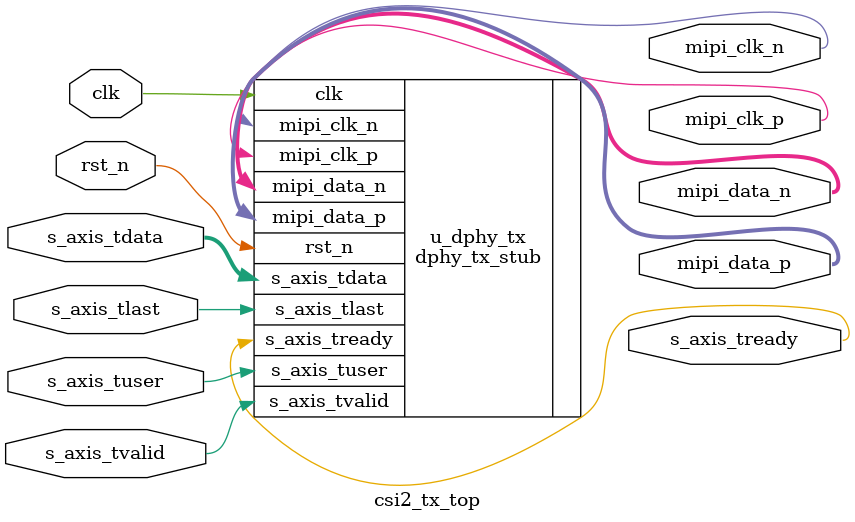
<source format=v>
/*******************************************************************************
 * Module: csi2_tx_top
 * Purpose: MIPI CSI-2 TX Top Module - Direct passthrough to D-PHY
 *
 * Description:
 *   - Top-level integration of MIPI CSI-2 TX datapath
 *   - Converts AXI4-Stream 8-bit input to D-PHY 4-Lane differential output
 *   - Direct passthrough: Input data is already formatted as complete frame
 *
 * Architecture:
 *   Input (AXI4-Stream 8-bit pre-formatted frame data)
 *     ↓
 *   [D-PHY TX Stub] - 4-Lane differential output
 *     ↓
 *   Output (MIPI D-PHY: mipi_clk_p/n, mipi_data_p[3:0]/n[3:0])
 *
 * Dataflow:
 *   1. AXI4-Stream input (pre-formatted MIPI packets)
 *   2. Direct passthrough to D-PHY TX stub
 *   3. D-PHY differential signals → Output
 *
 * Note:
 *   - Testbench provides complete frame data (8192 bytes)
 *   - No packet generation needed (data already includes FS/LS/Payload/FE)
 *   - This module simply provides physical layer translation
 *
 * Constraints:
 *   - Frame: 16 lines × 512 bytes = 8192 bytes
 *   - Memory alignment: 512 % 64 = 0 ✓
 *   - AXI4-Stream protocol: TVALID && TREADY handshake
 *
 * Author: Claude (Xilinx FPGA Expert)
 * Date: 2026-01-08
 *******************************************************************************/

`timescale 1ns / 1ps

module csi2_tx_top (
    // Clock and Reset
    input  wire        clk,
    input  wire        rst_n,

    // Input: AXI4-Stream 8-bit frame data (pre-formatted MIPI packets)
    input  wire        s_axis_tvalid,
    output wire        s_axis_tready,
    input  wire [7:0]  s_axis_tdata,
    input  wire        s_axis_tlast,
    input  wire        s_axis_tuser,

    // Output: MIPI D-PHY differential signals (4 lanes + 1 clock)
    output wire        mipi_clk_p,
    output wire        mipi_clk_n,
    output wire [3:0]  mipi_data_p,
    output wire [3:0]  mipi_data_n
);

    //==========================================================================
    // Direct Passthrough to D-PHY
    //==========================================================================
    // Input data is already formatted as complete MIPI frame
    // No packet generation needed - direct connection to D-PHY stub

    //--------------------------------------------------------------------------
    // D-PHY TX Stub
    // - Converts AXI4-Stream to D-PHY 4-Lane differential output
    // - Input: Pre-formatted MIPI packet stream (AXI4-Stream)
    // - Output: D-PHY differential signals (10 wires: clk + 4 data lanes)
    //--------------------------------------------------------------------------
    dphy_tx_stub u_dphy_tx (
        .clk            (clk),
        .rst_n          (rst_n),

        // Input: Direct connection to top-level input
        .s_axis_tvalid  (s_axis_tvalid),
        .s_axis_tready  (s_axis_tready),
        .s_axis_tdata   (s_axis_tdata),
        .s_axis_tlast   (s_axis_tlast),
        .s_axis_tuser   (s_axis_tuser),

        // Output: D-PHY differential signals
        .mipi_clk_p     (mipi_clk_p),
        .mipi_clk_n     (mipi_clk_n),
        .mipi_data_p    (mipi_data_p),
        .mipi_data_n    (mipi_data_n)
    );

    //==========================================================================
    // Assertions & Debug
    //==========================================================================
    `ifdef SIMULATION
        initial begin
            $display("╔═══════════════════════════════════════════════════════════╗");
            $display("║   MIPI CSI-2 TX Top Module Initialized                   ║");
            $display("╠═══════════════════════════════════════════════════════════╣");
            $display("║ Architecture: Direct Passthrough                          ║");
            $display("║   - Input: Pre-formatted MIPI frame data (8192 bytes)     ║");
            $display("║   - Output: D-PHY 4-Lane differential (10 wires)          ║");
            $display("╠═══════════════════════════════════════════════════════════╣");
            $display("║ Module Hierarchy:                                         ║");
            $display("║   1. dphy_tx_stub - D-PHY 4-Lane TX (LP-11/HS mode)       ║");
            $display("╚═══════════════════════════════════════════════════════════╝");
        end

        // Monitor frame boundaries
        always @(posedge clk) begin
            if (s_axis_tvalid && s_axis_tready && s_axis_tuser) begin
                $display("[%0t] Frame Start (TUSER=1)", $time);
            end
            if (s_axis_tvalid && s_axis_tready && s_axis_tlast) begin
                $display("[%0t] Frame End (TLAST=1)", $time);
            end
        end

        // Check TVALID/TREADY handshake violations
        reg prev_tvalid;
        reg [7:0] prev_tdata;
        always @(posedge clk) begin
            if (prev_tvalid && !s_axis_tready && s_axis_tvalid) begin
                if (s_axis_tdata != prev_tdata) begin
                    $warning("[csi2_tx_top] TDATA changed while TREADY=0 (AXI protocol violation)");
                end
            end
            prev_tvalid <= s_axis_tvalid;
            prev_tdata  <= s_axis_tdata;
        end
    `endif

endmodule

</source>
